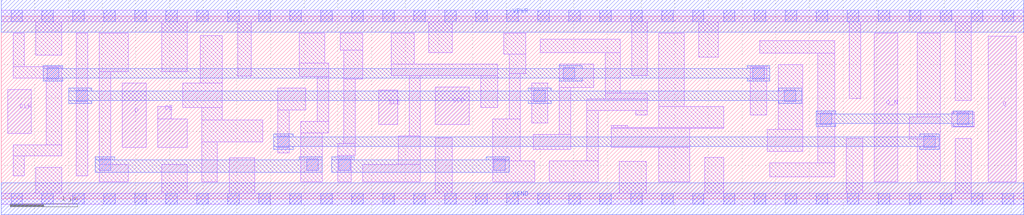
<source format=lef>
# Copyright 2020 The SkyWater PDK Authors
#
# Licensed under the Apache License, Version 2.0 (the "License");
# you may not use this file except in compliance with the License.
# You may obtain a copy of the License at
#
#     https://www.apache.org/licenses/LICENSE-2.0
#
# Unless required by applicable law or agreed to in writing, software
# distributed under the License is distributed on an "AS IS" BASIS,
# WITHOUT WARRANTIES OR CONDITIONS OF ANY KIND, either express or implied.
# See the License for the specific language governing permissions and
# limitations under the License.
#
# SPDX-License-Identifier: Apache-2.0

VERSION 5.7 ;
BUSBITCHARS "[]" ;
DIVIDERCHAR "/" ;
PROPERTYDEFINITIONS
  MACRO maskLayoutSubType STRING ;
  MACRO prCellType STRING ;
  MACRO originalViewName STRING ;
END PROPERTYDEFINITIONS
MACRO sky130_fd_sc_hdll__sedfxbp_1
  ORIGIN  0.000000  0.000000 ;
  CLASS CORE ;
  SYMMETRY X Y R90 ;
  SIZE  15.18000 BY  2.720000 ;
  SITE unithd ;
  PIN CLK
    ANTENNAGATEAREA  0.178200 ;
    DIRECTION INPUT ;
    USE SIGNAL ;
    PORT
      LAYER li1 ;
        RECT 0.095000 0.975000 0.445000 1.625000 ;
    END
  END CLK
  PIN D
    ANTENNAGATEAREA  0.178200 ;
    DIRECTION INPUT ;
    USE SIGNAL ;
    PORT
      LAYER li1 ;
        RECT 1.795000 0.765000 2.155000 1.720000 ;
    END
  END D
  PIN DE
    ANTENNAGATEAREA  0.356400 ;
    DIRECTION INPUT ;
    USE SIGNAL ;
    PORT
      LAYER li1 ;
        RECT 2.325000 0.765000 2.765000 1.185000 ;
        RECT 2.325000 1.185000 2.525000 1.370000 ;
    END
  END DE
  PIN Q
    ANTENNADIFFAREA  0.513200 ;
    DIRECTION OUTPUT ;
    USE SIGNAL ;
    PORT
      LAYER li1 ;
        RECT 14.655000 0.255000 15.070000 2.420000 ;
    END
  END Q
  PIN Q_N
    ANTENNADIFFAREA  0.439000 ;
    DIRECTION OUTPUT ;
    USE SIGNAL ;
    PORT
      LAYER li1 ;
        RECT 12.960000 0.255000 13.315000 2.465000 ;
    END
  END Q_N
  PIN SCD
    ANTENNAGATEAREA  0.178200 ;
    DIRECTION INPUT ;
    USE SIGNAL ;
    PORT
      LAYER li1 ;
        RECT 6.445000 1.105000 6.950000 1.665000 ;
    END
  END SCD
  PIN SCE
    ANTENNAGATEAREA  0.356400 ;
    DIRECTION INPUT ;
    USE SIGNAL ;
    PORT
      LAYER li1 ;
        RECT 5.605000 1.105000 5.885000 1.615000 ;
    END
  END SCE
  PIN VGND
    DIRECTION INOUT ;
    USE SIGNAL ;
    PORT
      LAYER met1 ;
        RECT 0.000000 -0.240000 15.180000 0.240000 ;
    END
  END VGND
  PIN VPWR
    DIRECTION INOUT ;
    USE SIGNAL ;
    PORT
      LAYER met1 ;
        RECT 0.000000 2.480000 15.180000 2.960000 ;
    END
  END VPWR
  OBS
    LAYER li1 ;
      RECT  0.000000 -0.085000 15.180000 0.085000 ;
      RECT  0.000000  2.635000 15.180000 2.805000 ;
      RECT  0.175000  0.345000  0.345000 0.635000 ;
      RECT  0.175000  0.635000  0.895000 0.805000 ;
      RECT  0.175000  1.795000  0.895000 1.965000 ;
      RECT  0.175000  1.965000  0.345000 2.465000 ;
      RECT  0.515000  0.085000  0.895000 0.465000 ;
      RECT  0.515000  2.135000  0.895000 2.635000 ;
      RECT  0.665000  0.805000  0.895000 1.795000 ;
      RECT  1.115000  0.345000  1.285000 2.465000 ;
      RECT  1.455000  0.255000  1.885000 0.515000 ;
      RECT  1.455000  0.515000  1.625000 1.890000 ;
      RECT  1.455000  1.890000  1.885000 2.465000 ;
      RECT  2.385000  0.085000  2.765000 0.515000 ;
      RECT  2.385000  1.890000  2.765000 2.635000 ;
      RECT  2.695000  1.355000  3.285000 1.720000 ;
      RECT  2.955000  1.720000  3.285000 2.425000 ;
      RECT  2.980000  0.255000  3.205000 0.845000 ;
      RECT  2.980000  0.845000  3.885000 1.175000 ;
      RECT  2.980000  1.175000  3.285000 1.355000 ;
      RECT  3.385000  0.085000  3.765000 0.610000 ;
      RECT  3.515000  1.825000  3.710000 2.635000 ;
      RECT  4.105000  0.685000  4.275000 1.320000 ;
      RECT  4.105000  1.320000  4.525000 1.650000 ;
      RECT  4.425000  1.820000  4.865000 2.020000 ;
      RECT  4.425000  2.020000  4.805000 2.465000 ;
      RECT  4.445000  0.255000  4.765000 0.980000 ;
      RECT  4.445000  0.980000  4.865000 1.150000 ;
      RECT  4.695000  1.150000  4.865000 1.820000 ;
      RECT  4.995000  0.255000  5.195000 0.645000 ;
      RECT  4.995000  0.645000  5.255000 0.825000 ;
      RECT  5.035000  2.210000  5.365000 2.465000 ;
      RECT  5.085000  0.825000  5.255000 1.785000 ;
      RECT  5.085000  1.785000  5.365000 2.210000 ;
      RECT  5.365000  0.255000  6.225000 0.515000 ;
      RECT  5.790000  1.835000  7.370000 2.005000 ;
      RECT  5.790000  2.005000  6.130000 2.465000 ;
      RECT  5.895000  0.515000  6.225000 0.935000 ;
      RECT  6.055000  0.935000  6.225000 1.835000 ;
      RECT  6.350000  2.175000  6.695000 2.635000 ;
      RECT  6.445000  0.085000  6.695000 0.905000 ;
      RECT  7.120000  1.355000  7.370000 1.835000 ;
      RECT  7.300000  0.255000  7.920000 0.565000 ;
      RECT  7.300000  0.565000  7.710000 1.185000 ;
      RECT  7.460000  2.150000  7.790000 2.465000 ;
      RECT  7.540000  1.185000  7.710000 1.865000 ;
      RECT  7.540000  1.865000  7.790000 2.150000 ;
      RECT  7.880000  1.125000  8.115000 1.720000 ;
      RECT  7.900000  0.735000  8.455000 0.955000 ;
      RECT  8.000000  2.175000  9.190000 2.375000 ;
      RECT  8.140000  0.255000  8.865000 0.565000 ;
      RECT  8.285000  0.955000  8.455000 1.655000 ;
      RECT  8.285000  1.655000  8.800000 2.005000 ;
      RECT  8.695000  0.565000  8.865000 1.315000 ;
      RECT  8.695000  1.315000  9.595000 1.485000 ;
      RECT  8.970000  1.485000  9.595000 1.575000 ;
      RECT  8.970000  1.575000  9.190000 2.175000 ;
      RECT  9.055000  0.765000 10.220000 1.045000 ;
      RECT  9.055000  1.045000 10.730000 1.065000 ;
      RECT  9.055000  1.065000  9.305000 1.095000 ;
      RECT  9.180000  0.085000  9.575000 0.560000 ;
      RECT  9.360000  1.835000  9.595000 2.635000 ;
      RECT  9.425000  1.245000  9.595000 1.315000 ;
      RECT  9.765000  0.255000 10.220000 0.765000 ;
      RECT  9.765000  1.065000 10.730000 1.375000 ;
      RECT  9.765000  1.375000 10.145000 2.465000 ;
      RECT 10.355000  2.105000 10.645000 2.635000 ;
      RECT 10.450000  0.085000 10.725000 0.615000 ;
      RECT 11.125000  1.245000 11.365000 1.965000 ;
      RECT 11.260000  2.165000 12.375000 2.355000 ;
      RECT 11.375000  0.705000 11.905000 1.035000 ;
      RECT 11.410000  0.330000 12.375000 0.535000 ;
      RECT 11.535000  1.035000 11.905000 1.995000 ;
      RECT 12.125000  0.535000 12.375000 2.165000 ;
      RECT 12.545000  0.085000 12.790000 0.900000 ;
      RECT 12.595000  1.495000 12.765000 2.635000 ;
      RECT 13.485000  0.890000 13.945000 1.220000 ;
      RECT 13.605000  0.255000 13.945000 0.890000 ;
      RECT 13.605000  1.220000 13.945000 2.465000 ;
      RECT 14.115000  1.070000 14.445000 1.295000 ;
      RECT 14.165000  0.085000 14.400000 0.900000 ;
      RECT 14.165000  1.465000 14.400000 2.635000 ;
    LAYER mcon ;
      RECT  0.145000 -0.085000  0.315000 0.085000 ;
      RECT  0.145000  2.635000  0.315000 2.805000 ;
      RECT  0.605000 -0.085000  0.775000 0.085000 ;
      RECT  0.605000  2.635000  0.775000 2.805000 ;
      RECT  0.685000  1.785000  0.855000 1.955000 ;
      RECT  1.065000 -0.085000  1.235000 0.085000 ;
      RECT  1.065000  2.635000  1.235000 2.805000 ;
      RECT  1.115000  1.445000  1.285000 1.615000 ;
      RECT  1.455000  0.425000  1.625000 0.595000 ;
      RECT  1.525000 -0.085000  1.695000 0.085000 ;
      RECT  1.525000  2.635000  1.695000 2.805000 ;
      RECT  1.985000 -0.085000  2.155000 0.085000 ;
      RECT  1.985000  2.635000  2.155000 2.805000 ;
      RECT  2.445000 -0.085000  2.615000 0.085000 ;
      RECT  2.445000  2.635000  2.615000 2.805000 ;
      RECT  2.905000 -0.085000  3.075000 0.085000 ;
      RECT  2.905000  2.635000  3.075000 2.805000 ;
      RECT  3.365000 -0.085000  3.535000 0.085000 ;
      RECT  3.365000  2.635000  3.535000 2.805000 ;
      RECT  3.825000 -0.085000  3.995000 0.085000 ;
      RECT  3.825000  2.635000  3.995000 2.805000 ;
      RECT  4.105000  0.765000  4.275000 0.935000 ;
      RECT  4.285000 -0.085000  4.455000 0.085000 ;
      RECT  4.285000  2.635000  4.455000 2.805000 ;
      RECT  4.535000  0.425000  4.705000 0.595000 ;
      RECT  4.745000 -0.085000  4.915000 0.085000 ;
      RECT  4.745000  2.635000  4.915000 2.805000 ;
      RECT  5.015000  0.425000  5.185000 0.595000 ;
      RECT  5.205000 -0.085000  5.375000 0.085000 ;
      RECT  5.205000  2.635000  5.375000 2.805000 ;
      RECT  5.665000 -0.085000  5.835000 0.085000 ;
      RECT  5.665000  2.635000  5.835000 2.805000 ;
      RECT  6.125000 -0.085000  6.295000 0.085000 ;
      RECT  6.125000  2.635000  6.295000 2.805000 ;
      RECT  6.585000 -0.085000  6.755000 0.085000 ;
      RECT  6.585000  2.635000  6.755000 2.805000 ;
      RECT  7.045000 -0.085000  7.215000 0.085000 ;
      RECT  7.045000  2.635000  7.215000 2.805000 ;
      RECT  7.315000  0.425000  7.485000 0.595000 ;
      RECT  7.505000 -0.085000  7.675000 0.085000 ;
      RECT  7.505000  2.635000  7.675000 2.805000 ;
      RECT  7.910000  1.445000  8.080000 1.615000 ;
      RECT  7.965000 -0.085000  8.135000 0.085000 ;
      RECT  7.965000  2.635000  8.135000 2.805000 ;
      RECT  8.345000  1.785000  8.515000 1.955000 ;
      RECT  8.425000 -0.085000  8.595000 0.085000 ;
      RECT  8.425000  2.635000  8.595000 2.805000 ;
      RECT  8.885000 -0.085000  9.055000 0.085000 ;
      RECT  8.885000  2.635000  9.055000 2.805000 ;
      RECT  9.345000 -0.085000  9.515000 0.085000 ;
      RECT  9.345000  2.635000  9.515000 2.805000 ;
      RECT  9.805000 -0.085000  9.975000 0.085000 ;
      RECT  9.805000  2.635000  9.975000 2.805000 ;
      RECT 10.265000 -0.085000 10.435000 0.085000 ;
      RECT 10.265000  2.635000 10.435000 2.805000 ;
      RECT 10.725000 -0.085000 10.895000 0.085000 ;
      RECT 10.725000  2.635000 10.895000 2.805000 ;
      RECT 11.160000  1.785000 11.330000 1.955000 ;
      RECT 11.185000 -0.085000 11.355000 0.085000 ;
      RECT 11.185000  2.635000 11.355000 2.805000 ;
      RECT 11.630000  1.445000 11.800000 1.615000 ;
      RECT 11.645000 -0.085000 11.815000 0.085000 ;
      RECT 11.645000  2.635000 11.815000 2.805000 ;
      RECT 12.105000 -0.085000 12.275000 0.085000 ;
      RECT 12.105000  2.635000 12.275000 2.805000 ;
      RECT 12.165000  1.105000 12.335000 1.275000 ;
      RECT 12.565000 -0.085000 12.735000 0.085000 ;
      RECT 12.565000  2.635000 12.735000 2.805000 ;
      RECT 13.025000 -0.085000 13.195000 0.085000 ;
      RECT 13.025000  2.635000 13.195000 2.805000 ;
      RECT 13.485000 -0.085000 13.655000 0.085000 ;
      RECT 13.485000  2.635000 13.655000 2.805000 ;
      RECT 13.700000  0.765000 13.870000 0.935000 ;
      RECT 13.945000 -0.085000 14.115000 0.085000 ;
      RECT 13.945000  2.635000 14.115000 2.805000 ;
      RECT 14.195000  1.105000 14.365000 1.275000 ;
      RECT 14.405000 -0.085000 14.575000 0.085000 ;
      RECT 14.405000  2.635000 14.575000 2.805000 ;
      RECT 14.865000 -0.085000 15.035000 0.085000 ;
      RECT 14.865000  2.635000 15.035000 2.805000 ;
    LAYER met1 ;
      RECT  0.625000 1.755000  0.915000 1.800000 ;
      RECT  0.625000 1.800000 11.415000 1.940000 ;
      RECT  0.625000 1.940000  0.915000 1.985000 ;
      RECT  1.005000 1.415000  1.345000 1.460000 ;
      RECT  1.005000 1.460000 11.885000 1.600000 ;
      RECT  1.005000 1.600000  1.345000 1.645000 ;
      RECT  1.395000 0.395000  4.765000 0.580000 ;
      RECT  1.395000 0.580000  1.685000 0.625000 ;
      RECT  4.045000 0.735000  4.335000 0.780000 ;
      RECT  4.045000 0.780000 13.930000 0.920000 ;
      RECT  4.045000 0.920000  4.335000 0.965000 ;
      RECT  4.425000 0.580000  4.765000 0.625000 ;
      RECT  4.905000 0.395000  7.545000 0.580000 ;
      RECT  4.905000 0.580000  5.245000 0.625000 ;
      RECT  7.205000 0.580000  7.545000 0.625000 ;
      RECT  7.825000 1.415000  8.165000 1.460000 ;
      RECT  7.825000 1.600000  8.165000 1.645000 ;
      RECT  8.285000 1.755000  8.625000 1.800000 ;
      RECT  8.285000 1.940000  8.625000 1.985000 ;
      RECT 11.075000 1.755000 11.415000 1.800000 ;
      RECT 11.075000 1.940000 11.415000 1.985000 ;
      RECT 11.545000 1.415000 11.885000 1.460000 ;
      RECT 11.545000 1.600000 11.885000 1.645000 ;
      RECT 12.105000 1.075000 12.395000 1.120000 ;
      RECT 12.105000 1.120000 14.425000 1.260000 ;
      RECT 12.105000 1.260000 12.395000 1.305000 ;
      RECT 13.640000 0.735000 13.930000 0.780000 ;
      RECT 13.640000 0.920000 13.930000 0.965000 ;
      RECT 14.135000 1.075000 14.425000 1.120000 ;
      RECT 14.135000 1.260000 14.425000 1.305000 ;
  END
  PROPERTY maskLayoutSubType "abstract" ;
  PROPERTY prCellType "standard" ;
  PROPERTY originalViewName "layout" ;
END sky130_fd_sc_hdll__sedfxbp_1
END LIBRARY

</source>
